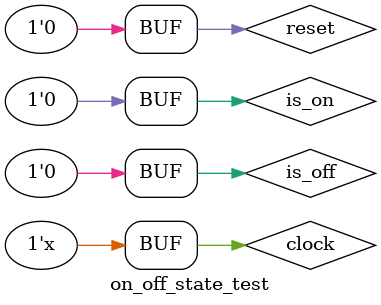
<source format=v>
`timescale 1ns / 1ps


module on_off_state_test;

	// Inputs
	reg clock;
	reg is_on;
	reg is_off;
	reg reset;

	// Outputs
	wire on_off_s;

	// Instantiate the Unit Under Test (UUT)
	on_off_state uut (
		.clock(clock), 
		.is_on(is_on), 
		.is_off(is_off), 
		.reset(reset), 
		.on_off_s(on_off_s)
	);

	always #5 clock = !clock;
	initial begin
		// Initialize Inputs
		clock = 0;
		is_on = 0;
		is_off = 0;
		reset = 0;

		// Wait 100 ns for global reset to finish
		#100;
        
		// Add stimulus here
		is_on = 1;
		
		#10
		is_on = 0;
		
		#20
		is_off = 1;
		
		#10
		is_off = 0;
		
		#40
		is_on = 1;
		
		#10
		is_on =0;

	end
      
endmodule


</source>
